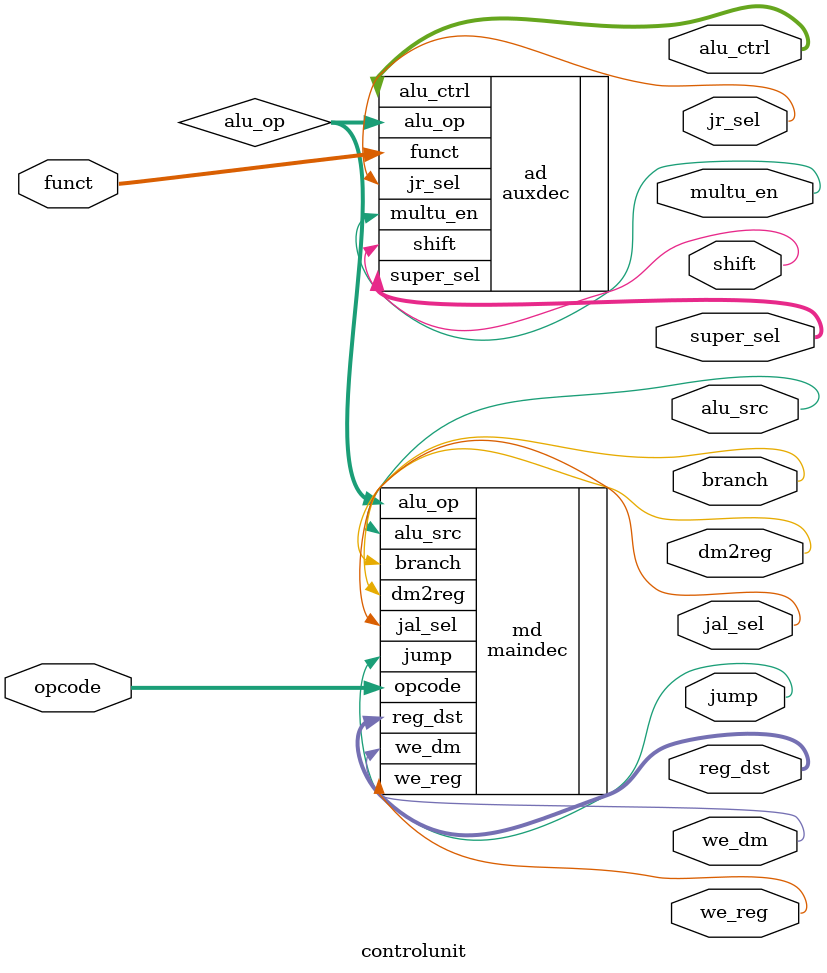
<source format=v>
module controlunit (
        input  wire [5:0]  opcode,
        input  wire [5:0]  funct,
        output wire        branch,
        output wire        jump,
        output wire        jal_sel,   //JAL selecter
        output wire        jr_sel,    //JR selecter
        output wire        shift,     //Shift operation selecter
        output wire        multu_en,  //HI & LO reg enable 
        output wire  [1:0] reg_dst,   //2-bits
        output wire  [1:0] super_sel, //super mux selecter
        output wire        we_reg,
        output wire        alu_src,
        output wire        we_dm,
        output wire        dm2reg,
        output wire [2:0]  alu_ctrl
    );
    
    wire [1:0] alu_op;

    maindec md (
        .opcode         (opcode),
        .branch         (branch),
        .jump           (jump),
        .reg_dst        (reg_dst),
        .we_reg         (we_reg),
        .alu_src        (alu_src),
        .we_dm          (we_dm),
        .dm2reg         (dm2reg),
        .alu_op         (alu_op),
        .jal_sel        (jal_sel)    //JAL selecter
    );

    auxdec ad (
        .alu_op         (alu_op),
        .funct          (funct),
        .alu_ctrl       (alu_ctrl), 
        .shift          (shift),     //shift operation selecter
        .jr_sel         (jr_sel),    //JR selecter
        .multu_en       (multu_en),  //HI & LO reg enable
        .super_sel      (super_sel)  //super mux selecter 
    );

endmodule
</source>
